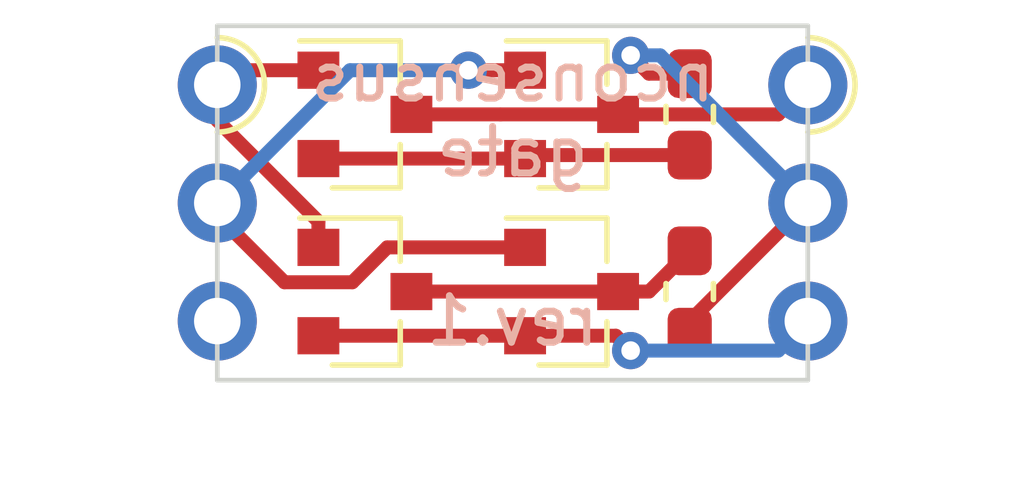
<source format=kicad_pcb>
(kicad_pcb (version 20171130) (host pcbnew 5.1.6)

  (general
    (thickness 1.6)
    (drawings 6)
    (tracks 40)
    (zones 0)
    (modules 8)
    (nets 9)
  )

  (page A4)
  (layers
    (0 F.Cu signal)
    (31 B.Cu signal)
    (32 B.Adhes user)
    (33 F.Adhes user)
    (34 B.Paste user)
    (35 F.Paste user)
    (36 B.SilkS user)
    (37 F.SilkS user)
    (38 B.Mask user)
    (39 F.Mask user)
    (40 Dwgs.User user)
    (41 Cmts.User user)
    (42 Eco1.User user)
    (43 Eco2.User user)
    (44 Edge.Cuts user)
    (45 Margin user)
    (46 B.CrtYd user)
    (47 F.CrtYd user)
    (48 B.Fab user)
    (49 F.Fab user)
  )

  (setup
    (last_trace_width 0.3)
    (user_trace_width 0.3)
    (trace_clearance 0.2)
    (zone_clearance 0.508)
    (zone_45_only no)
    (trace_min 0.2)
    (via_size 0.8)
    (via_drill 0.4)
    (via_min_size 0.4)
    (via_min_drill 0.3)
    (uvia_size 0.3)
    (uvia_drill 0.1)
    (uvias_allowed no)
    (uvia_min_size 0.2)
    (uvia_min_drill 0.1)
    (edge_width 0.05)
    (segment_width 0.2)
    (pcb_text_width 0.3)
    (pcb_text_size 1.5 1.5)
    (mod_edge_width 0.12)
    (mod_text_size 1 1)
    (mod_text_width 0.15)
    (pad_size 1.524 1.524)
    (pad_drill 0.762)
    (pad_to_mask_clearance 0.05)
    (aux_axis_origin 0 0)
    (visible_elements FFFFFF7F)
    (pcbplotparams
      (layerselection 0x010fc_ffffffff)
      (usegerberextensions false)
      (usegerberattributes true)
      (usegerberadvancedattributes true)
      (creategerberjobfile true)
      (excludeedgelayer true)
      (linewidth 0.100000)
      (plotframeref false)
      (viasonmask false)
      (mode 1)
      (useauxorigin false)
      (hpglpennumber 1)
      (hpglpenspeed 20)
      (hpglpendiameter 15.000000)
      (psnegative false)
      (psa4output false)
      (plotreference true)
      (plotvalue true)
      (plotinvisibletext false)
      (padsonsilk false)
      (subtractmaskfromsilk false)
      (outputformat 1)
      (mirror false)
      (drillshape 0)
      (scaleselection 1)
      (outputdirectory ""))
  )

  (net 0 "")
  (net 1 Vdd)
  (net 2 "Net-(Q1-Pad2)")
  (net 3 A)
  (net 4 "Net-(Q2-Pad3)")
  (net 5 Vss)
  (net 6 B)
  (net 7 Out)
  (net 8 "Net-(J1-Pad3)")

  (net_class Default "This is the default net class."
    (clearance 0.2)
    (trace_width 0.25)
    (via_dia 0.8)
    (via_drill 0.4)
    (uvia_dia 0.3)
    (uvia_drill 0.1)
    (add_net A)
    (add_net B)
    (add_net "Net-(J1-Pad3)")
    (add_net "Net-(Q1-Pad2)")
    (add_net "Net-(Q2-Pad3)")
    (add_net Out)
    (add_net Vdd)
    (add_net Vss)
  )

  (module Resistor_SMD:R_0603_1608Metric_Pad1.05x0.95mm_HandSolder (layer F.Cu) (tedit 5B301BBD) (tstamp 5FE2C11E)
    (at 106.68 59.69 90)
    (descr "Resistor SMD 0603 (1608 Metric), square (rectangular) end terminal, IPC_7351 nominal with elongated pad for handsoldering. (Body size source: http://www.tortai-tech.com/upload/download/2011102023233369053.pdf), generated with kicad-footprint-generator")
    (tags "resistor handsolder")
    (path /5FE5A9BB)
    (attr smd)
    (fp_text reference R2 (at 0 -1.43 90) (layer F.SilkS) hide
      (effects (font (size 1 1) (thickness 0.15)))
    )
    (fp_text value 12k (at 0 1.43 90) (layer F.Fab)
      (effects (font (size 1 1) (thickness 0.15)))
    )
    (fp_text user %R (at 0 0 90) (layer F.Fab)
      (effects (font (size 0.4 0.4) (thickness 0.06)))
    )
    (fp_line (start -0.8 0.4) (end -0.8 -0.4) (layer F.Fab) (width 0.1))
    (fp_line (start -0.8 -0.4) (end 0.8 -0.4) (layer F.Fab) (width 0.1))
    (fp_line (start 0.8 -0.4) (end 0.8 0.4) (layer F.Fab) (width 0.1))
    (fp_line (start 0.8 0.4) (end -0.8 0.4) (layer F.Fab) (width 0.1))
    (fp_line (start -0.171267 -0.51) (end 0.171267 -0.51) (layer F.SilkS) (width 0.12))
    (fp_line (start -0.171267 0.51) (end 0.171267 0.51) (layer F.SilkS) (width 0.12))
    (fp_line (start -1.65 0.73) (end -1.65 -0.73) (layer F.CrtYd) (width 0.05))
    (fp_line (start -1.65 -0.73) (end 1.65 -0.73) (layer F.CrtYd) (width 0.05))
    (fp_line (start 1.65 -0.73) (end 1.65 0.73) (layer F.CrtYd) (width 0.05))
    (fp_line (start 1.65 0.73) (end -1.65 0.73) (layer F.CrtYd) (width 0.05))
    (pad 2 smd roundrect (at 0.875 0 90) (size 1.05 0.95) (layers F.Cu F.Paste F.Mask) (roundrect_rratio 0.25)
      (net 4 "Net-(Q2-Pad3)"))
    (pad 1 smd roundrect (at -0.875 0 90) (size 1.05 0.95) (layers F.Cu F.Paste F.Mask) (roundrect_rratio 0.25)
      (net 7 Out))
    (model ${KISYS3DMOD}/Resistor_SMD.3dshapes/R_0603_1608Metric.wrl
      (at (xyz 0 0 0))
      (scale (xyz 1 1 1))
      (rotate (xyz 0 0 0))
    )
  )

  (module Resistor_SMD:R_0603_1608Metric_Pad1.05x0.95mm_HandSolder (layer F.Cu) (tedit 5B301BBD) (tstamp 5FE2C10D)
    (at 106.68 55.88 90)
    (descr "Resistor SMD 0603 (1608 Metric), square (rectangular) end terminal, IPC_7351 nominal with elongated pad for handsoldering. (Body size source: http://www.tortai-tech.com/upload/download/2011102023233369053.pdf), generated with kicad-footprint-generator")
    (tags "resistor handsolder")
    (path /5FE48DC7)
    (attr smd)
    (fp_text reference R1 (at 0 -1.43 90) (layer F.SilkS) hide
      (effects (font (size 1 1) (thickness 0.15)))
    )
    (fp_text value 12k (at 0 1.43 90) (layer F.Fab)
      (effects (font (size 1 1) (thickness 0.15)))
    )
    (fp_text user %R (at 0 0 90) (layer F.Fab)
      (effects (font (size 0.4 0.4) (thickness 0.06)))
    )
    (fp_line (start -0.8 0.4) (end -0.8 -0.4) (layer F.Fab) (width 0.1))
    (fp_line (start -0.8 -0.4) (end 0.8 -0.4) (layer F.Fab) (width 0.1))
    (fp_line (start 0.8 -0.4) (end 0.8 0.4) (layer F.Fab) (width 0.1))
    (fp_line (start 0.8 0.4) (end -0.8 0.4) (layer F.Fab) (width 0.1))
    (fp_line (start -0.171267 -0.51) (end 0.171267 -0.51) (layer F.SilkS) (width 0.12))
    (fp_line (start -0.171267 0.51) (end 0.171267 0.51) (layer F.SilkS) (width 0.12))
    (fp_line (start -1.65 0.73) (end -1.65 -0.73) (layer F.CrtYd) (width 0.05))
    (fp_line (start -1.65 -0.73) (end 1.65 -0.73) (layer F.CrtYd) (width 0.05))
    (fp_line (start 1.65 -0.73) (end 1.65 0.73) (layer F.CrtYd) (width 0.05))
    (fp_line (start 1.65 0.73) (end -1.65 0.73) (layer F.CrtYd) (width 0.05))
    (pad 2 smd roundrect (at 0.875 0 90) (size 1.05 0.95) (layers F.Cu F.Paste F.Mask) (roundrect_rratio 0.25)
      (net 7 Out))
    (pad 1 smd roundrect (at -0.875 0 90) (size 1.05 0.95) (layers F.Cu F.Paste F.Mask) (roundrect_rratio 0.25)
      (net 2 "Net-(Q1-Pad2)"))
    (model ${KISYS3DMOD}/Resistor_SMD.3dshapes/R_0603_1608Metric.wrl
      (at (xyz 0 0 0))
      (scale (xyz 1 1 1))
      (rotate (xyz 0 0 0))
    )
  )

  (module Package_TO_SOT_SMD:SOT-23 (layer F.Cu) (tedit 5A02FF57) (tstamp 5FE2C0FC)
    (at 104.14 59.69)
    (descr "SOT-23, Standard")
    (tags SOT-23)
    (path /5FE4277C)
    (attr smd)
    (fp_text reference Q4 (at 0 -2.5) (layer F.SilkS) hide
      (effects (font (size 1 1) (thickness 0.15)))
    )
    (fp_text value 2N7002 (at 0 2.5) (layer F.Fab)
      (effects (font (size 1 1) (thickness 0.15)))
    )
    (fp_text user %R (at 0 0 90) (layer F.Fab)
      (effects (font (size 0.5 0.5) (thickness 0.075)))
    )
    (fp_line (start -0.7 -0.95) (end -0.7 1.5) (layer F.Fab) (width 0.1))
    (fp_line (start -0.15 -1.52) (end 0.7 -1.52) (layer F.Fab) (width 0.1))
    (fp_line (start -0.7 -0.95) (end -0.15 -1.52) (layer F.Fab) (width 0.1))
    (fp_line (start 0.7 -1.52) (end 0.7 1.52) (layer F.Fab) (width 0.1))
    (fp_line (start -0.7 1.52) (end 0.7 1.52) (layer F.Fab) (width 0.1))
    (fp_line (start 0.76 1.58) (end 0.76 0.65) (layer F.SilkS) (width 0.12))
    (fp_line (start 0.76 -1.58) (end 0.76 -0.65) (layer F.SilkS) (width 0.12))
    (fp_line (start -1.7 -1.75) (end 1.7 -1.75) (layer F.CrtYd) (width 0.05))
    (fp_line (start 1.7 -1.75) (end 1.7 1.75) (layer F.CrtYd) (width 0.05))
    (fp_line (start 1.7 1.75) (end -1.7 1.75) (layer F.CrtYd) (width 0.05))
    (fp_line (start -1.7 1.75) (end -1.7 -1.75) (layer F.CrtYd) (width 0.05))
    (fp_line (start 0.76 -1.58) (end -1.4 -1.58) (layer F.SilkS) (width 0.12))
    (fp_line (start 0.76 1.58) (end -0.7 1.58) (layer F.SilkS) (width 0.12))
    (pad 3 smd rect (at 1 0) (size 0.9 0.8) (layers F.Cu F.Paste F.Mask)
      (net 4 "Net-(Q2-Pad3)"))
    (pad 2 smd rect (at -1 0.95) (size 0.9 0.8) (layers F.Cu F.Paste F.Mask)
      (net 5 Vss))
    (pad 1 smd rect (at -1 -0.95) (size 0.9 0.8) (layers F.Cu F.Paste F.Mask)
      (net 6 B))
    (model ${KISYS3DMOD}/Package_TO_SOT_SMD.3dshapes/SOT-23.wrl
      (at (xyz 0 0 0))
      (scale (xyz 1 1 1))
      (rotate (xyz 0 0 0))
    )
  )

  (module Package_TO_SOT_SMD:SOT-23 (layer F.Cu) (tedit 5A02FF57) (tstamp 5FE2C0E7)
    (at 104.14 55.88)
    (descr "SOT-23, Standard")
    (tags SOT-23)
    (path /5FE3DA6F)
    (attr smd)
    (fp_text reference Q3 (at 0 -2.5) (layer F.SilkS) hide
      (effects (font (size 1 1) (thickness 0.15)))
    )
    (fp_text value BSS84 (at 0 2.5) (layer F.Fab)
      (effects (font (size 1 1) (thickness 0.15)))
    )
    (fp_text user %R (at 0 0 90) (layer F.Fab)
      (effects (font (size 0.5 0.5) (thickness 0.075)))
    )
    (fp_line (start -0.7 -0.95) (end -0.7 1.5) (layer F.Fab) (width 0.1))
    (fp_line (start -0.15 -1.52) (end 0.7 -1.52) (layer F.Fab) (width 0.1))
    (fp_line (start -0.7 -0.95) (end -0.15 -1.52) (layer F.Fab) (width 0.1))
    (fp_line (start 0.7 -1.52) (end 0.7 1.52) (layer F.Fab) (width 0.1))
    (fp_line (start -0.7 1.52) (end 0.7 1.52) (layer F.Fab) (width 0.1))
    (fp_line (start 0.76 1.58) (end 0.76 0.65) (layer F.SilkS) (width 0.12))
    (fp_line (start 0.76 -1.58) (end 0.76 -0.65) (layer F.SilkS) (width 0.12))
    (fp_line (start -1.7 -1.75) (end 1.7 -1.75) (layer F.CrtYd) (width 0.05))
    (fp_line (start 1.7 -1.75) (end 1.7 1.75) (layer F.CrtYd) (width 0.05))
    (fp_line (start 1.7 1.75) (end -1.7 1.75) (layer F.CrtYd) (width 0.05))
    (fp_line (start -1.7 1.75) (end -1.7 -1.75) (layer F.CrtYd) (width 0.05))
    (fp_line (start 0.76 -1.58) (end -1.4 -1.58) (layer F.SilkS) (width 0.12))
    (fp_line (start 0.76 1.58) (end -0.7 1.58) (layer F.SilkS) (width 0.12))
    (pad 3 smd rect (at 1 0) (size 0.9 0.8) (layers F.Cu F.Paste F.Mask)
      (net 1 Vdd))
    (pad 2 smd rect (at -1 0.95) (size 0.9 0.8) (layers F.Cu F.Paste F.Mask)
      (net 2 "Net-(Q1-Pad2)"))
    (pad 1 smd rect (at -1 -0.95) (size 0.9 0.8) (layers F.Cu F.Paste F.Mask)
      (net 6 B))
    (model ${KISYS3DMOD}/Package_TO_SOT_SMD.3dshapes/SOT-23.wrl
      (at (xyz 0 0 0))
      (scale (xyz 1 1 1))
      (rotate (xyz 0 0 0))
    )
  )

  (module Package_TO_SOT_SMD:SOT-23 (layer F.Cu) (tedit 5A02FF57) (tstamp 5FE2C0D2)
    (at 99.695 59.69)
    (descr "SOT-23, Standard")
    (tags SOT-23)
    (path /5FE3F391)
    (attr smd)
    (fp_text reference Q2 (at 0 -2.5) (layer F.SilkS) hide
      (effects (font (size 1 1) (thickness 0.15)))
    )
    (fp_text value 2N7002 (at 0 2.5) (layer F.Fab)
      (effects (font (size 1 1) (thickness 0.15)))
    )
    (fp_text user %R (at 0 0 90) (layer F.Fab)
      (effects (font (size 0.5 0.5) (thickness 0.075)))
    )
    (fp_line (start -0.7 -0.95) (end -0.7 1.5) (layer F.Fab) (width 0.1))
    (fp_line (start -0.15 -1.52) (end 0.7 -1.52) (layer F.Fab) (width 0.1))
    (fp_line (start -0.7 -0.95) (end -0.15 -1.52) (layer F.Fab) (width 0.1))
    (fp_line (start 0.7 -1.52) (end 0.7 1.52) (layer F.Fab) (width 0.1))
    (fp_line (start -0.7 1.52) (end 0.7 1.52) (layer F.Fab) (width 0.1))
    (fp_line (start 0.76 1.58) (end 0.76 0.65) (layer F.SilkS) (width 0.12))
    (fp_line (start 0.76 -1.58) (end 0.76 -0.65) (layer F.SilkS) (width 0.12))
    (fp_line (start -1.7 -1.75) (end 1.7 -1.75) (layer F.CrtYd) (width 0.05))
    (fp_line (start 1.7 -1.75) (end 1.7 1.75) (layer F.CrtYd) (width 0.05))
    (fp_line (start 1.7 1.75) (end -1.7 1.75) (layer F.CrtYd) (width 0.05))
    (fp_line (start -1.7 1.75) (end -1.7 -1.75) (layer F.CrtYd) (width 0.05))
    (fp_line (start 0.76 -1.58) (end -1.4 -1.58) (layer F.SilkS) (width 0.12))
    (fp_line (start 0.76 1.58) (end -0.7 1.58) (layer F.SilkS) (width 0.12))
    (pad 3 smd rect (at 1 0) (size 0.9 0.8) (layers F.Cu F.Paste F.Mask)
      (net 4 "Net-(Q2-Pad3)"))
    (pad 2 smd rect (at -1 0.95) (size 0.9 0.8) (layers F.Cu F.Paste F.Mask)
      (net 5 Vss))
    (pad 1 smd rect (at -1 -0.95) (size 0.9 0.8) (layers F.Cu F.Paste F.Mask)
      (net 3 A))
    (model ${KISYS3DMOD}/Package_TO_SOT_SMD.3dshapes/SOT-23.wrl
      (at (xyz 0 0 0))
      (scale (xyz 1 1 1))
      (rotate (xyz 0 0 0))
    )
  )

  (module Package_TO_SOT_SMD:SOT-23 (layer F.Cu) (tedit 5A02FF57) (tstamp 5FE2C0BD)
    (at 99.695 55.88)
    (descr "SOT-23, Standard")
    (tags SOT-23)
    (path /5FE3D154)
    (attr smd)
    (fp_text reference Q1 (at 0 -2.5) (layer F.SilkS) hide
      (effects (font (size 1 1) (thickness 0.15)))
    )
    (fp_text value BSS84 (at 0 2.5) (layer F.Fab)
      (effects (font (size 1 1) (thickness 0.15)))
    )
    (fp_text user %R (at 0 0 90) (layer F.Fab)
      (effects (font (size 0.5 0.5) (thickness 0.075)))
    )
    (fp_line (start -0.7 -0.95) (end -0.7 1.5) (layer F.Fab) (width 0.1))
    (fp_line (start -0.15 -1.52) (end 0.7 -1.52) (layer F.Fab) (width 0.1))
    (fp_line (start -0.7 -0.95) (end -0.15 -1.52) (layer F.Fab) (width 0.1))
    (fp_line (start 0.7 -1.52) (end 0.7 1.52) (layer F.Fab) (width 0.1))
    (fp_line (start -0.7 1.52) (end 0.7 1.52) (layer F.Fab) (width 0.1))
    (fp_line (start 0.76 1.58) (end 0.76 0.65) (layer F.SilkS) (width 0.12))
    (fp_line (start 0.76 -1.58) (end 0.76 -0.65) (layer F.SilkS) (width 0.12))
    (fp_line (start -1.7 -1.75) (end 1.7 -1.75) (layer F.CrtYd) (width 0.05))
    (fp_line (start 1.7 -1.75) (end 1.7 1.75) (layer F.CrtYd) (width 0.05))
    (fp_line (start 1.7 1.75) (end -1.7 1.75) (layer F.CrtYd) (width 0.05))
    (fp_line (start -1.7 1.75) (end -1.7 -1.75) (layer F.CrtYd) (width 0.05))
    (fp_line (start 0.76 -1.58) (end -1.4 -1.58) (layer F.SilkS) (width 0.12))
    (fp_line (start 0.76 1.58) (end -0.7 1.58) (layer F.SilkS) (width 0.12))
    (pad 3 smd rect (at 1 0) (size 0.9 0.8) (layers F.Cu F.Paste F.Mask)
      (net 1 Vdd))
    (pad 2 smd rect (at -1 0.95) (size 0.9 0.8) (layers F.Cu F.Paste F.Mask)
      (net 2 "Net-(Q1-Pad2)"))
    (pad 1 smd rect (at -1 -0.95) (size 0.9 0.8) (layers F.Cu F.Paste F.Mask)
      (net 3 A))
    (model ${KISYS3DMOD}/Package_TO_SOT_SMD.3dshapes/SOT-23.wrl
      (at (xyz 0 0 0))
      (scale (xyz 1 1 1))
      (rotate (xyz 0 0 0))
    )
  )

  (module Castellation:Edge_Castellation_1x03_P2.54 (layer F.Cu) (tedit 5FE23D9F) (tstamp 5FE2C0A8)
    (at 109.22 55.245)
    (descr "Edge Castellation, 1x03, 2.54mm pitch, single row")
    (tags "Castellation Edge 1x03 2.54mm single row")
    (path /5FE4282B)
    (fp_text reference J2 (at 0 -2.54) (layer F.SilkS) hide
      (effects (font (size 1 1) (thickness 0.15)))
    )
    (fp_text value Conn_01x03 (at 0 7.85) (layer F.Fab)
      (effects (font (size 1 1) (thickness 0.15)))
    )
    (fp_text user %R (at 0 2.54 90) (layer F.Fab)
      (effects (font (size 1 1) (thickness 0.15)))
    )
    (fp_arc (start 0 0) (end 0 1.016) (angle -180) (layer F.SilkS) (width 0.12))
    (fp_line (start -1.8 6.85) (end -1.8 -1.8) (layer F.CrtYd) (width 0.05))
    (fp_line (start 1.75 6.85) (end -1.8 6.85) (layer F.CrtYd) (width 0.05))
    (fp_line (start 1.75 -1.8) (end 1.75 6.85) (layer F.CrtYd) (width 0.05))
    (fp_line (start -1.8 -1.8) (end 1.75 -1.8) (layer F.CrtYd) (width 0.05))
    (fp_line (start -1.27 6.35) (end -1.27 -1.27) (layer F.Fab) (width 0.1))
    (fp_line (start 1.27 6.35) (end -1.27 6.35) (layer F.Fab) (width 0.1))
    (fp_line (start 1.27 -0.635) (end 1.27 6.35) (layer F.Fab) (width 0.1))
    (fp_line (start 0.635 -1.27) (end 1.27 -0.635) (layer F.Fab) (width 0.1))
    (fp_line (start -1.27 -1.27) (end 0.635 -1.27) (layer F.Fab) (width 0.1))
    (pad 1 thru_hole oval (at 0 0) (size 1.7 1.7) (drill 1) (layers *.Cu *.Mask)
      (net 1 Vdd))
    (pad 2 thru_hole oval (at 0 2.54) (size 1.7 1.7) (drill 1) (layers *.Cu *.Mask)
      (net 7 Out))
    (pad 3 thru_hole oval (at 0 5.08) (size 1.7 1.7) (drill 1) (layers *.Cu *.Mask)
      (net 5 Vss))
  )

  (module Castellation:Edge_Castellation_1x03_P2.54 (layer F.Cu) (tedit 5FE23D9F) (tstamp 5FE2C096)
    (at 96.52 55.245)
    (descr "Edge Castellation, 1x03, 2.54mm pitch, single row")
    (tags "Castellation Edge 1x03 2.54mm single row")
    (path /5FE3FFF8)
    (fp_text reference J1 (at 0 -2.54) (layer F.SilkS) hide
      (effects (font (size 1 1) (thickness 0.15)))
    )
    (fp_text value Conn_01x03 (at 0 7.85) (layer F.Fab)
      (effects (font (size 1 1) (thickness 0.15)))
    )
    (fp_text user %R (at 0 2.54 90) (layer F.Fab)
      (effects (font (size 1 1) (thickness 0.15)))
    )
    (fp_arc (start 0 0) (end 0 1.016) (angle -180) (layer F.SilkS) (width 0.12))
    (fp_line (start -1.8 6.85) (end -1.8 -1.8) (layer F.CrtYd) (width 0.05))
    (fp_line (start 1.75 6.85) (end -1.8 6.85) (layer F.CrtYd) (width 0.05))
    (fp_line (start 1.75 -1.8) (end 1.75 6.85) (layer F.CrtYd) (width 0.05))
    (fp_line (start -1.8 -1.8) (end 1.75 -1.8) (layer F.CrtYd) (width 0.05))
    (fp_line (start -1.27 6.35) (end -1.27 -1.27) (layer F.Fab) (width 0.1))
    (fp_line (start 1.27 6.35) (end -1.27 6.35) (layer F.Fab) (width 0.1))
    (fp_line (start 1.27 -0.635) (end 1.27 6.35) (layer F.Fab) (width 0.1))
    (fp_line (start 0.635 -1.27) (end 1.27 -0.635) (layer F.Fab) (width 0.1))
    (fp_line (start -1.27 -1.27) (end 0.635 -1.27) (layer F.Fab) (width 0.1))
    (pad 1 thru_hole oval (at 0 0) (size 1.7 1.7) (drill 1) (layers *.Cu *.Mask)
      (net 3 A))
    (pad 2 thru_hole oval (at 0 2.54) (size 1.7 1.7) (drill 1) (layers *.Cu *.Mask)
      (net 6 B))
    (pad 3 thru_hole oval (at 0 5.08) (size 1.7 1.7) (drill 1) (layers *.Cu *.Mask)
      (net 8 "Net-(J1-Pad3)"))
  )

  (gr_text "rev.1\n" (at 102.87 60.325) (layer B.SilkS)
    (effects (font (size 1 1) (thickness 0.15)) (justify mirror))
  )
  (gr_text "nconsensus\ngate" (at 102.87 55.88) (layer B.SilkS)
    (effects (font (size 1 1) (thickness 0.15)) (justify mirror))
  )
  (gr_line (start 109.22 53.975) (end 109.22 61.595) (layer Edge.Cuts) (width 0.1))
  (gr_line (start 96.52 53.975) (end 109.22 53.975) (layer Edge.Cuts) (width 0.1))
  (gr_line (start 96.52 61.595) (end 96.52 53.975) (layer Edge.Cuts) (width 0.1))
  (gr_line (start 109.22 61.595) (end 96.52 61.595) (layer Edge.Cuts) (width 0.1))

  (segment (start 102.609998 55.88) (end 100.695 55.88) (width 0.3) (layer F.Cu) (net 1))
  (segment (start 105.14 55.88) (end 102.609998 55.88) (width 0.3) (layer F.Cu) (net 1))
  (segment (start 108.585 55.88) (end 109.22 55.245) (width 0.3) (layer F.Cu) (net 1))
  (segment (start 105.14 55.88) (end 108.585 55.88) (width 0.3) (layer F.Cu) (net 1))
  (segment (start 103.215 56.755) (end 103.14 56.83) (width 0.3) (layer F.Cu) (net 2))
  (segment (start 106.68 56.755) (end 103.215 56.755) (width 0.3) (layer F.Cu) (net 2))
  (segment (start 103.14 56.83) (end 98.695 56.83) (width 0.3) (layer F.Cu) (net 2))
  (segment (start 96.835 54.93) (end 96.52 55.245) (width 0.3) (layer F.Cu) (net 3))
  (segment (start 98.695 54.93) (end 96.835 54.93) (width 0.3) (layer F.Cu) (net 3))
  (segment (start 96.52 56.008998) (end 96.52 55.245) (width 0.3) (layer F.Cu) (net 3))
  (segment (start 98.695 58.183998) (end 96.52 56.008998) (width 0.3) (layer F.Cu) (net 3))
  (segment (start 98.695 58.74) (end 98.695 58.183998) (width 0.3) (layer F.Cu) (net 3))
  (segment (start 105.14 59.69) (end 100.695 59.69) (width 0.3) (layer F.Cu) (net 4))
  (segment (start 105.805 59.69) (end 106.68 58.815) (width 0.3) (layer F.Cu) (net 4))
  (segment (start 105.14 59.69) (end 105.805 59.69) (width 0.3) (layer F.Cu) (net 4))
  (segment (start 98.695 60.64) (end 103.14 60.64) (width 0.3) (layer F.Cu) (net 5))
  (segment (start 103.14 60.64) (end 105.09 60.64) (width 0.3) (layer F.Cu) (net 5))
  (segment (start 105.09 60.64) (end 105.41 60.96) (width 0.3) (layer F.Cu) (net 5))
  (segment (start 105.41 60.96) (end 105.41 60.96) (width 0.3) (layer F.Cu) (net 5) (tstamp 5FE2C648))
  (via (at 105.41 60.96) (size 0.8) (drill 0.4) (layers F.Cu B.Cu) (net 5))
  (segment (start 108.585 60.96) (end 109.22 60.325) (width 0.3) (layer B.Cu) (net 5))
  (segment (start 105.41 60.96) (end 108.585 60.96) (width 0.3) (layer B.Cu) (net 5))
  (segment (start 96.52 58.045002) (end 96.52 57.785) (width 0.3) (layer F.Cu) (net 6))
  (segment (start 97.964999 59.490001) (end 96.52 58.045002) (width 0.3) (layer F.Cu) (net 6))
  (segment (start 99.425001 59.490001) (end 97.964999 59.490001) (width 0.3) (layer F.Cu) (net 6))
  (segment (start 100.175002 58.74) (end 99.425001 59.490001) (width 0.3) (layer F.Cu) (net 6))
  (segment (start 103.14 58.74) (end 100.175002 58.74) (width 0.3) (layer F.Cu) (net 6))
  (segment (start 103.14 54.93) (end 101.92 54.93) (width 0.3) (layer F.Cu) (net 6))
  (segment (start 101.92 54.93) (end 101.92 54.93) (width 0.3) (layer F.Cu) (net 6) (tstamp 5FE2C64A))
  (via (at 101.92 54.93) (size 0.8) (drill 0.4) (layers F.Cu B.Cu) (net 6))
  (segment (start 99.375 54.93) (end 96.52 57.785) (width 0.3) (layer B.Cu) (net 6))
  (segment (start 101.92 54.93) (end 99.375 54.93) (width 0.3) (layer B.Cu) (net 6))
  (segment (start 106.68 55.005) (end 105.805 55.005) (width 0.3) (layer F.Cu) (net 7))
  (segment (start 105.805 55.005) (end 105.41 54.61) (width 0.3) (layer F.Cu) (net 7))
  (segment (start 106.68 60.325) (end 109.22 57.785) (width 0.3) (layer F.Cu) (net 7))
  (segment (start 106.68 60.565) (end 106.68 60.325) (width 0.3) (layer F.Cu) (net 7))
  (segment (start 105.41 54.61) (end 105.41 54.61) (width 0.3) (layer F.Cu) (net 7) (tstamp 5FE2C64C))
  (via (at 105.41 54.61) (size 0.8) (drill 0.4) (layers F.Cu B.Cu) (net 7))
  (segment (start 106.045 54.61) (end 109.22 57.785) (width 0.3) (layer B.Cu) (net 7))
  (segment (start 105.41 54.61) (end 106.045 54.61) (width 0.3) (layer B.Cu) (net 7))

)

</source>
